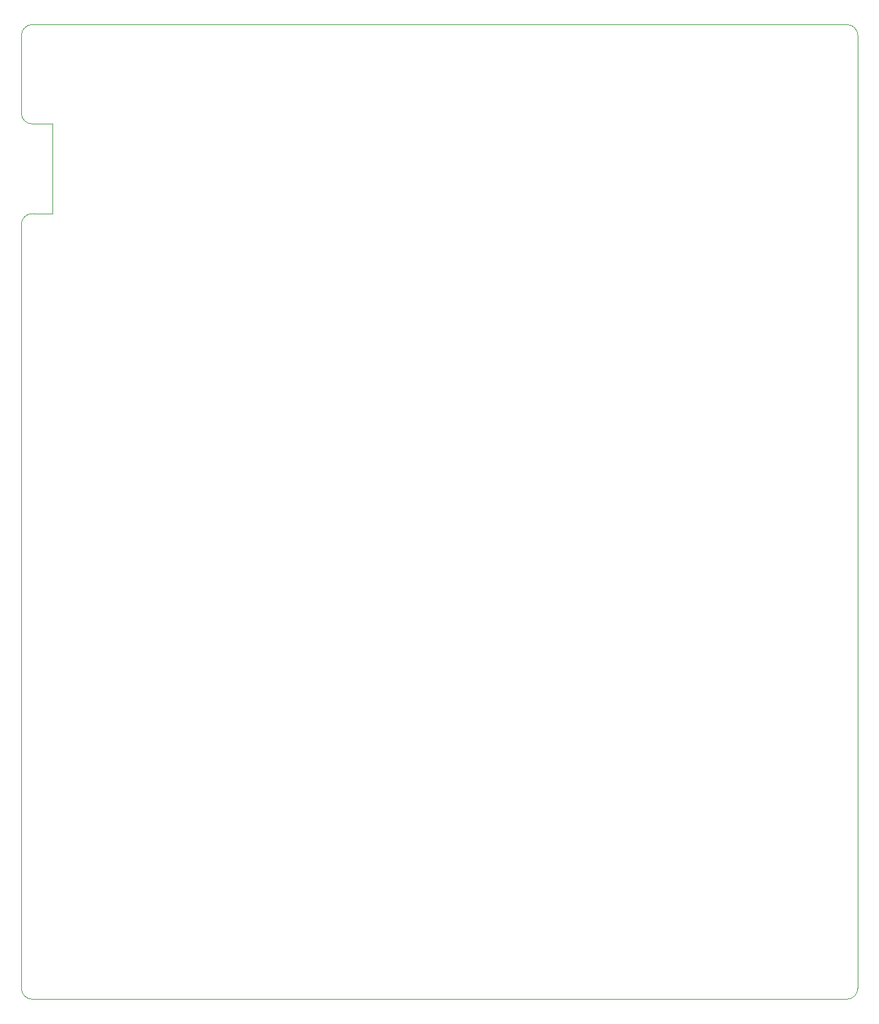
<source format=gbr>
%TF.GenerationSoftware,KiCad,Pcbnew,6.0.2+dfsg-1*%
%TF.CreationDate,2023-03-10T18:21:51-08:00*%
%TF.ProjectId,pico-devboard,7069636f-2d64-4657-9662-6f6172642e6b,A*%
%TF.SameCoordinates,Original*%
%TF.FileFunction,Profile,NP*%
%FSLAX46Y46*%
G04 Gerber Fmt 4.6, Leading zero omitted, Abs format (unit mm)*
G04 Created by KiCad (PCBNEW 6.0.2+dfsg-1) date 2023-03-10 18:21:51*
%MOMM*%
%LPD*%
G01*
G04 APERTURE LIST*
%TA.AperFunction,Profile*%
%ADD10C,0.100000*%
%TD*%
G04 APERTURE END LIST*
D10*
X142353482Y-25396518D02*
X31956518Y-25396518D01*
X31956518Y-51006518D02*
X34670000Y-51000000D01*
X142353482Y-157483482D02*
G75*
G03*
X143833482Y-156003482I0J1480000D01*
G01*
X34660000Y-38850000D02*
X34670000Y-51000000D01*
X30466518Y-37383482D02*
X30476518Y-26876518D01*
X143833482Y-26876518D02*
G75*
G03*
X142353482Y-25396518I-1480000J0D01*
G01*
X30476518Y-52486518D02*
X30476518Y-156003482D01*
X31956518Y-25396518D02*
G75*
G03*
X30476518Y-26876518I0J-1480000D01*
G01*
X31956518Y-157483482D02*
X142353482Y-157483482D01*
X143833482Y-156003482D02*
X143833482Y-26876518D01*
X30476518Y-156003482D02*
G75*
G03*
X31956518Y-157483482I1480000J0D01*
G01*
X31946518Y-38863482D02*
X34660000Y-38850000D01*
X30466518Y-37383482D02*
G75*
G03*
X31946518Y-38863482I1480000J0D01*
G01*
X31956518Y-51006518D02*
G75*
G03*
X30476518Y-52486518I0J-1480000D01*
G01*
M02*

</source>
